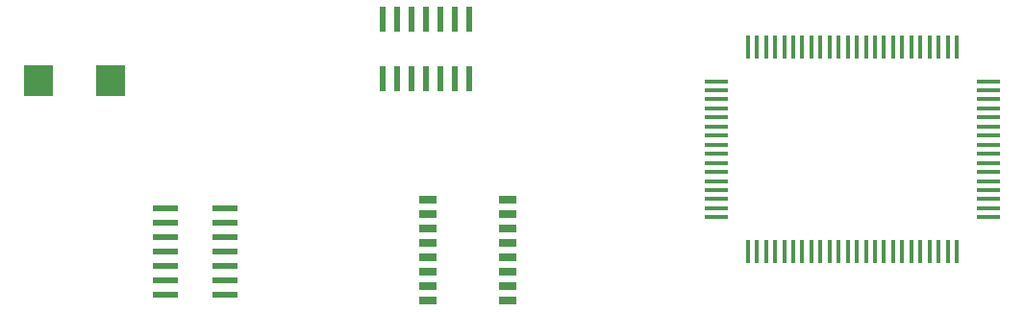
<source format=gbr>
%TF.GenerationSoftware,KiCad,Pcbnew,(6.0.5)*%
%TF.CreationDate,2022-11-15T11:28:17-03:00*%
%TF.ProjectId,MSX OPL4 Wozblaster,4d535820-4f50-44c3-9420-576f7a626c61,rev?*%
%TF.SameCoordinates,Original*%
%TF.FileFunction,Paste,Top*%
%TF.FilePolarity,Positive*%
%FSLAX46Y46*%
G04 Gerber Fmt 4.6, Leading zero omitted, Abs format (unit mm)*
G04 Created by KiCad (PCBNEW (6.0.5)) date 2022-11-15 11:28:17*
%MOMM*%
%LPD*%
G01*
G04 APERTURE LIST*
%ADD10R,0.400000X2.000000*%
%ADD11R,2.000000X0.400000*%
%ADD12R,1.500000X0.650000*%
%ADD13R,0.600000X2.200000*%
%ADD14R,2.200000X0.600000*%
%ADD15R,2.550000X2.700000*%
G04 APERTURE END LIST*
D10*
%TO.C,IC2*%
X163790000Y-108520000D03*
X164590000Y-108520000D03*
X165390000Y-108520000D03*
X166190000Y-108520000D03*
X166990000Y-108520000D03*
X167790000Y-108520000D03*
X168590000Y-108520000D03*
X169390000Y-108520000D03*
X170190000Y-108520000D03*
X170990000Y-108520000D03*
X171790000Y-108520000D03*
X172590000Y-108520000D03*
X173390000Y-108520000D03*
X174190000Y-108520000D03*
X174990000Y-108520000D03*
X175790000Y-108520000D03*
X176590000Y-108520000D03*
X177390000Y-108520000D03*
X178190000Y-108520000D03*
X178990000Y-108520000D03*
X179790000Y-108520000D03*
X180590000Y-108520000D03*
X181390000Y-108520000D03*
X182190000Y-108520000D03*
D11*
X160990000Y-105520000D03*
X160990000Y-104720000D03*
X160990000Y-103920000D03*
X160990000Y-103120000D03*
X160990000Y-102320000D03*
X160990000Y-101520000D03*
X160990000Y-100720000D03*
X160990000Y-99920000D03*
X160990000Y-99120000D03*
X160990000Y-98320000D03*
X160990000Y-97520000D03*
X160990000Y-96720000D03*
X160990000Y-95920000D03*
X160990000Y-95120000D03*
X160990000Y-94320000D03*
X160990000Y-93520000D03*
D10*
X163790000Y-90520000D03*
X164590000Y-90520000D03*
X165390000Y-90520000D03*
X166190000Y-90520000D03*
X166990000Y-90520000D03*
X167790000Y-90520000D03*
X168590000Y-90520000D03*
X169390000Y-90520000D03*
X170190000Y-90520000D03*
X170990000Y-90520000D03*
X171790000Y-90520000D03*
X172590000Y-90520000D03*
X173390000Y-90520000D03*
X174190000Y-90520000D03*
X174990000Y-90520000D03*
X175790000Y-90520000D03*
X176590000Y-90520000D03*
X177390000Y-90520000D03*
X178190000Y-90520000D03*
X178990000Y-90520000D03*
X179790000Y-90520000D03*
X180590000Y-90520000D03*
X181390000Y-90520000D03*
X182190000Y-90520000D03*
D11*
X184990000Y-93520000D03*
X184990000Y-94320000D03*
X184990000Y-95120000D03*
X184990000Y-95920000D03*
X184990000Y-96720000D03*
X184990000Y-97520000D03*
X184990000Y-98320000D03*
X184990000Y-99120000D03*
X184990000Y-99920000D03*
X184990000Y-100720000D03*
X184990000Y-101520000D03*
X184990000Y-102320000D03*
X184990000Y-103120000D03*
X184990000Y-103920000D03*
X184990000Y-104720000D03*
X184990000Y-105520000D03*
%TD*%
D12*
%TO.C,IC3*%
X135630000Y-112892500D03*
X142630000Y-104002500D03*
X135630000Y-111622500D03*
X135630000Y-110352500D03*
X135620000Y-109082500D03*
X135620000Y-107812500D03*
X135620000Y-106542500D03*
X135610000Y-105272500D03*
X135610000Y-104002500D03*
X142640000Y-112892500D03*
X142640000Y-111622500D03*
X142650000Y-110352500D03*
X142640000Y-109082500D03*
X142640000Y-107812500D03*
X142640000Y-106542500D03*
X142630000Y-105272500D03*
%TD*%
D13*
%TO.C,U$2*%
X132920000Y-93280000D03*
X132920000Y-88080000D03*
X131650000Y-93280000D03*
X134190000Y-93280000D03*
X135460000Y-93280000D03*
X131650000Y-88080000D03*
X134190000Y-88080000D03*
X135460000Y-88080000D03*
X138000000Y-93280000D03*
X138000000Y-88080000D03*
X136730000Y-93280000D03*
X139270000Y-93280000D03*
X136730000Y-88080000D03*
X139270000Y-88080000D03*
%TD*%
D14*
%TO.C,U$3*%
X112546100Y-104733600D03*
X112546100Y-107273600D03*
X117746100Y-104733600D03*
X117746100Y-107273600D03*
X112546100Y-106003600D03*
X117746100Y-106003600D03*
X112546100Y-108543600D03*
X112546100Y-109813600D03*
X112546100Y-112353600D03*
X117746100Y-108543600D03*
X117746100Y-109813600D03*
X117746100Y-112353600D03*
X112546100Y-111083600D03*
X117746100Y-111083600D03*
%TD*%
D15*
%TO.C,C22*%
X107715000Y-93430000D03*
X101365000Y-93430000D03*
%TD*%
M02*

</source>
